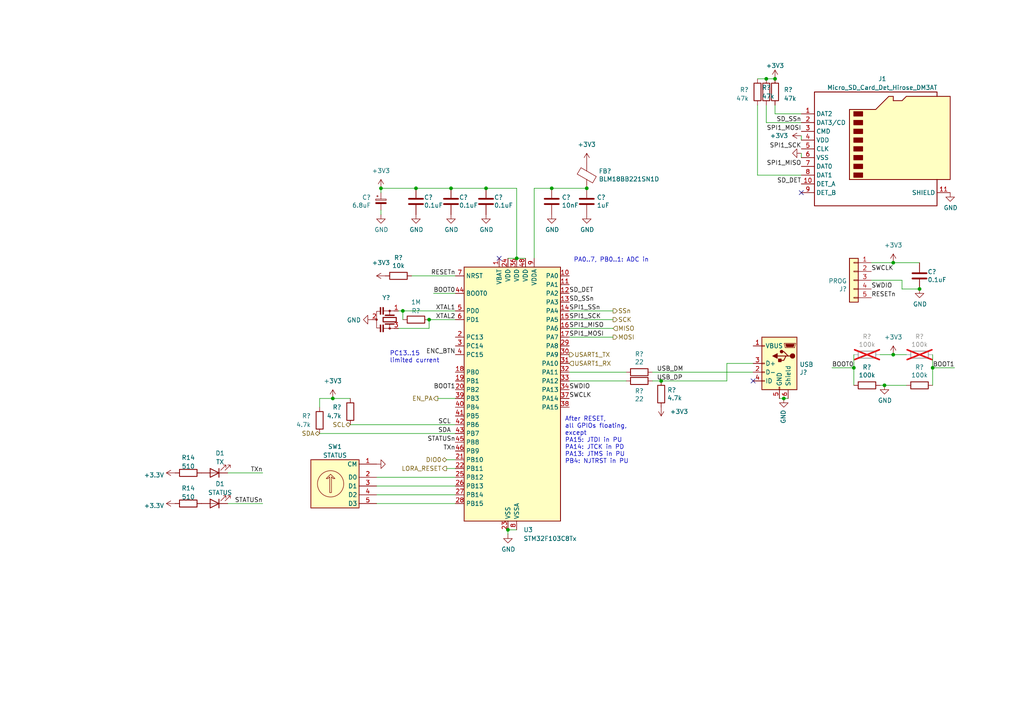
<source format=kicad_sch>
(kicad_sch (version 20230121) (generator eeschema)
  (paper "A4")
  (lib_symbols
    (symbol "Connector:Micro_SD_Card_Det_Hirose_DM3AT"
      (property "Reference" "J" (at -16.51 17.78 0))
      (property "Value" "Micro_SD_Card_Det_Hirose_DM3AT" (at 16.51 17.78 0))
      (symbol "Micro_SD_Card_Det_Hirose_DM3AT_0_1"
        (rectangle (start -7.62 -6.985) (end -5.08 -8.255) (stroke (width 0.254)) (fill (type outline)))
        (rectangle (start -7.62 -4.445) (end -5.08 -5.715) (stroke (width 0.254)) (fill (type outline)))
        (rectangle (start -7.62 -1.905) (end -5.08 -3.175) (stroke (width 0.254)) (fill (type outline)))
        (rectangle (start -7.62 0.635) (end -5.08 -0.635) (stroke (width 0.254)) (fill (type outline)))
        (rectangle (start -7.62 3.175) (end -5.08 1.905) (stroke (width 0.254)) (fill (type outline)))
        (rectangle (start -7.62 5.715) (end -5.08 4.445) (stroke (width 0.254)) (fill (type outline)))
        (rectangle (start -7.62 8.255) (end -5.08 6.985) (stroke (width 0.254)) (fill (type outline)))
        (rectangle (start -7.62 10.795) (end -5.08 9.525) (stroke (width 0.254)) (fill (type outline)))
        (polyline (pts (xy 16.51 15.24) (xy 16.51 16.51) (xy -19.05 16.51) (xy -19.05 -16.51) (xy 16.51 -16.51) (xy 16.51 -8.89)) (stroke (width 0.254)))
        (polyline (pts (xy -8.89 -8.89) (xy -8.89 11.43) (xy -1.27 11.43) (xy 2.54 15.24) (xy 3.81 15.24) (xy 3.81 13.97) (xy 6.35 13.97) (xy 7.62 15.24) (xy 20.32 15.24) (xy 20.32 -8.89) (xy -8.89 -8.89)) (stroke (width 0.254)) (fill (type background)))
      )
      (symbol "Micro_SD_Card_Det_Hirose_DM3AT_1_1"
        (pin bidirectional line (at -22.86 10.16 0) (length 3.81) (name "DAT2") (number "1"))
        (pin passive line (at -22.86 -10.16 0) (length 3.81) (name "DET_A") (number "10"))
        (pin passive line (at 20.32 -12.7 180) (length 3.81) (name "SHIELD") (number "11"))
        (pin bidirectional line (at -22.86 7.62 0) (length 3.81) (name "DAT3/CD") (number "2"))
        (pin input line (at -22.86 5.08 0) (length 3.81) (name "CMD") (number "3"))
        (pin power_in line (at -22.86 2.54 0) (length 3.81) (name "VDD") (number "4"))
        (pin input line (at -22.86 0 0) (length 3.81) (name "CLK") (number "5"))
        (pin power_in line (at -22.86 -2.54 0) (length 3.81) (name "VSS") (number "6"))
        (pin bidirectional line (at -22.86 -5.08 0) (length 3.81) (name "DAT0") (number "7"))
        (pin bidirectional line (at -22.86 -7.62 0) (length 3.81) (name "DAT1") (number "8"))
        (pin passive line (at -22.86 -12.7 0) (length 3.81) (name "DET_B") (number "9"))
      )
    )
    (symbol "Connector:USB_B_Micro" (pin_names (offset 1.016))
      (property "Reference" "J" (at -5.08 11.43 0))
      (property "Value" "USB_B_Micro" (at -5.08 8.89 0))
      (symbol "USB_B_Micro_0_1"
        (rectangle (start -5.08 -7.62) (end 5.08 7.62) (stroke (width 0.254)) (fill (type background)))
        (circle (center -3.81 2.159) (radius 0.635) (stroke (width 0.254)) (fill (type outline)))
        (circle (center -0.635 3.429) (radius 0.381) (stroke (width 0.254)) (fill (type outline)))
        (rectangle (start -0.127 -7.62) (end 0.127 -6.858))
        (polyline (pts (xy -1.905 2.159) (xy 0.635 2.159)) (stroke (width 0.254)))
        (polyline (pts (xy -3.175 2.159) (xy -2.54 2.159) (xy -1.27 3.429) (xy -0.635 3.429)) (stroke (width 0.254)))
        (polyline (pts (xy -2.54 2.159) (xy -1.905 2.159) (xy -1.27 0.889) (xy 0 0.889)) (stroke (width 0.254)))
        (polyline (pts (xy 0.635 2.794) (xy 0.635 1.524) (xy 1.905 2.159) (xy 0.635 2.794)) (stroke (width 0.254)) (fill (type outline)))
        (polyline (pts (xy -4.318 5.588) (xy -1.778 5.588) (xy -2.032 4.826) (xy -4.064 4.826) (xy -4.318 5.588)) (fill (type outline)))
        (polyline (pts (xy -4.699 5.842) (xy -4.699 5.588) (xy -4.445 4.826) (xy -4.445 4.572) (xy -1.651 4.572) (xy -1.651 4.826) (xy -1.397 5.588) (xy -1.397 5.842) (xy -4.699 5.842)))
        (rectangle (start 0.254 1.27) (end -0.508 0.508) (stroke (width 0.254)) (fill (type outline)))
        (rectangle (start 5.08 -5.207) (end 4.318 -4.953))
        (rectangle (start 5.08 -2.667) (end 4.318 -2.413))
        (rectangle (start 5.08 -0.127) (end 4.318 0.127))
        (rectangle (start 5.08 4.953) (end 4.318 5.207))
      )
      (symbol "USB_B_Micro_1_1"
        (pin power_out line (at 7.62 5.08 180) (length 2.54) (name "VBUS") (number "1"))
        (pin bidirectional line (at 7.62 -2.54 180) (length 2.54) (name "D-") (number "2"))
        (pin bidirectional line (at 7.62 0 180) (length 2.54) (name "D+") (number "3"))
        (pin passive line (at 7.62 -5.08 180) (length 2.54) (name "ID") (number "4"))
        (pin power_out line (at 0 -10.16 90) (length 2.54) (name "GND") (number "5"))
        (pin passive line (at -2.54 -10.16 90) (length 2.54) (name "Shield") (number "6"))
      )
    )
    (symbol "Connector_Generic:Conn_01x05" (pin_names (offset 1.016) hide)
      (property "Reference" "J" (at 0 7.62 0))
      (property "Value" "Conn_01x05" (at 0 -7.62 0))
      (symbol "Conn_01x05_1_1"
        (rectangle (start -1.27 -4.953) (end 0 -5.207) (stroke (width 0.1524)))
        (rectangle (start -1.27 -2.413) (end 0 -2.667) (stroke (width 0.1524)))
        (rectangle (start -1.27 0.127) (end 0 -0.127) (stroke (width 0.1524)))
        (rectangle (start -1.27 2.667) (end 0 2.413) (stroke (width 0.1524)))
        (rectangle (start -1.27 5.207) (end 0 4.953) (stroke (width 0.1524)))
        (rectangle (start -1.27 6.35) (end 1.27 -6.35) (stroke (width 0.254)) (fill (type background)))
        (pin passive line (at -5.08 5.08 0) (length 3.81) (name "Pin_1") (number "1"))
        (pin passive line (at -5.08 2.54 0) (length 3.81) (name "Pin_2") (number "2"))
        (pin passive line (at -5.08 0 0) (length 3.81) (name "Pin_3") (number "3"))
        (pin passive line (at -5.08 -2.54 0) (length 3.81) (name "Pin_4") (number "4"))
        (pin passive line (at -5.08 -5.08 0) (length 3.81) (name "Pin_5") (number "5"))
      )
    )
    (symbol "Device:C" (pin_numbers hide) (pin_names (offset 0.254))
      (property "Reference" "C" (at 0.635 2.54 0))
      (property "Value" "C" (at 0.635 -2.54 0))
      (symbol "C_0_1"
        (polyline (pts (xy -2.032 -0.762) (xy 2.032 -0.762)) (stroke (width 0.508)))
        (polyline (pts (xy -2.032 0.762) (xy 2.032 0.762)) (stroke (width 0.508)))
      )
      (symbol "C_1_1"
        (pin passive line (at 0 3.81 270) (length 2.794) (name "~") (number "1"))
        (pin passive line (at 0 -3.81 90) (length 2.794) (name "~") (number "2"))
      )
    )
    (symbol "Device:C_Polarized_Small" (pin_numbers hide) (pin_names (offset 0.254) hide)
      (property "Reference" "C" (at 0.254 1.778 0))
      (property "Value" "C_Polarized_Small" (at 0.254 -2.032 0))
      (symbol "C_Polarized_Small_0_1"
        (rectangle (start -1.524 -0.3048) (end 1.524 -0.6858) (fill (type outline)))
        (rectangle (start -1.524 0.6858) (end 1.524 0.3048))
        (polyline (pts (xy -1.27 1.524) (xy -0.762 1.524)))
        (polyline (pts (xy -1.016 1.27) (xy -1.016 1.778)))
      )
      (symbol "C_Polarized_Small_1_1"
        (pin passive line (at 0 2.54 270) (length 1.8542) (name "~") (number "1"))
        (pin passive line (at 0 -2.54 90) (length 1.8542) (name "~") (number "2"))
      )
    )
    (symbol "Device:FerriteBead" (pin_numbers hide) (pin_names (offset 0))
      (property "Reference" "FB" (at -3.81 0.635 90))
      (property "Value" "FerriteBead" (at 3.81 0 90))
      (symbol "FerriteBead_0_1"
        (polyline (pts (xy 0 -1.27) (xy 0 -1.2192)))
        (polyline (pts (xy 0 1.27) (xy 0 1.2954)))
        (polyline (pts (xy -2.7686 0.4064) (xy -1.7018 2.2606) (xy 2.7686 -0.3048) (xy 1.6764 -2.159) (xy -2.7686 0.4064)))
      )
      (symbol "FerriteBead_1_1"
        (pin passive line (at 0 3.81 270) (length 2.54) (name "~") (number "1"))
        (pin passive line (at 0 -3.81 90) (length 2.54) (name "~") (number "2"))
      )
    )
    (symbol "Device:LED" (pin_numbers hide) (pin_names (offset 1.016) hide)
      (property "Reference" "D" (at 0 2.54 0))
      (property "Value" "LED" (at 0 -2.54 0))
      (symbol "LED_0_1"
        (polyline (pts (xy -1.27 -1.27) (xy -1.27 1.27)) (stroke (width 0.254)))
        (polyline (pts (xy -1.27 0) (xy 1.27 0)))
        (polyline (pts (xy 1.27 -1.27) (xy 1.27 1.27) (xy -1.27 0) (xy 1.27 -1.27)) (stroke (width 0.254)))
        (polyline (pts (xy -3.048 -0.762) (xy -4.572 -2.286) (xy -3.81 -2.286) (xy -4.572 -2.286) (xy -4.572 -1.524)))
        (polyline (pts (xy -1.778 -0.762) (xy -3.302 -2.286) (xy -2.54 -2.286) (xy -3.302 -2.286) (xy -3.302 -1.524)))
      )
      (symbol "LED_1_1"
        (pin passive line (at -3.81 0 0) (length 2.54) (name "K") (number "1"))
        (pin passive line (at 3.81 0 180) (length 2.54) (name "A") (number "2"))
      )
    )
    (symbol "Device:R" (pin_numbers hide) (pin_names (offset 0))
      (property "Reference" "R" (at 2.032 0 90))
      (property "Value" "R" (at 0 0 90))
      (symbol "R_0_1"
        (rectangle (start -1.016 -2.54) (end 1.016 2.54) (stroke (width 0.254)))
      )
      (symbol "R_1_1"
        (pin passive line (at 0 3.81 270) (length 1.27) (name "~") (number "1"))
        (pin passive line (at 0 -3.81 90) (length 1.27) (name "~") (number "2"))
      )
    )
    (symbol "STM32F103C8Tx_1"
      (property "Reference" "U" (at -12.7 39.37 0))
      (property "Value" "STM32F103C8Tx" (at 10.16 39.37 0))
      (symbol "STM32F103C8Tx_1_0_1"
        (rectangle (start -12.7 -35.56) (end 15.24 38.1) (stroke (width 0.254)) (fill (type background)))
      )
      (symbol "STM32F103C8Tx_1_1_1"
        (pin power_in line (at -2.54 40.64 270) (length 2.54) (name "VBAT") (number "1"))
        (pin bidirectional line (at 17.78 35.56 180) (length 2.54) (name "PA0") (number "10"))
        (pin bidirectional line (at 17.78 33.02 180) (length 2.54) (name "PA1") (number "11"))
        (pin bidirectional line (at 17.78 30.48 180) (length 2.54) (name "PA2") (number "12"))
        (pin bidirectional line (at 17.78 27.94 180) (length 2.54) (name "PA3") (number "13"))
        (pin bidirectional line (at 17.78 25.4 180) (length 2.54) (name "PA4") (number "14"))
        (pin bidirectional line (at 17.78 22.86 180) (length 2.54) (name "PA5") (number "15"))
        (pin bidirectional line (at 17.78 20.32 180) (length 2.54) (name "PA6") (number "16"))
        (pin bidirectional line (at 17.78 17.78 180) (length 2.54) (name "PA7") (number "17"))
        (pin bidirectional line (at -15.24 7.62 0) (length 2.54) (name "PB0") (number "18"))
        (pin bidirectional line (at -15.24 5.08 0) (length 2.54) (name "PB1") (number "19"))
        (pin bidirectional line (at -15.24 17.78 0) (length 2.54) (name "PC13") (number "2"))
        (pin bidirectional line (at -15.24 2.54 0) (length 2.54) (name "PB2") (number "20"))
        (pin bidirectional line (at -15.24 -17.78 0) (length 2.54) (name "PB10") (number "21"))
        (pin bidirectional line (at -15.24 -20.32 0) (length 2.54) (name "PB11") (number "22"))
        (pin power_in line (at 0 -38.1 90) (length 2.54) (name "VSS") (number "23"))
        (pin power_in line (at 0 40.64 270) (length 2.54) (name "VDD") (number "24"))
        (pin bidirectional line (at -15.24 -22.86 0) (length 2.54) (name "PB12") (number "25"))
        (pin bidirectional line (at -15.24 -25.4 0) (length 2.54) (name "PB13") (number "26"))
        (pin bidirectional line (at -15.24 -27.94 0) (length 2.54) (name "PB14") (number "27"))
        (pin bidirectional line (at -15.24 -30.48 0) (length 2.54) (name "PB15") (number "28"))
        (pin bidirectional line (at 17.78 15.24 180) (length 2.54) (name "PA8") (number "29"))
        (pin bidirectional line (at -15.24 15.24 0) (length 2.54) (name "PC14") (number "3"))
        (pin bidirectional line (at 17.78 12.7 180) (length 2.54) (name "PA9") (number "30"))
        (pin bidirectional line (at 17.78 10.16 180) (length 2.54) (name "PA10") (number "31"))
        (pin bidirectional line (at 17.78 7.62 180) (length 2.54) (name "PA11") (number "32"))
        (pin bidirectional line (at 17.78 5.08 180) (length 2.54) (name "PA12") (number "33"))
        (pin bidirectional line (at 17.78 2.54 180) (length 2.54) (name "PA13") (number "34"))
        (pin passive line (at 0 -38.1 90) (length 2.54) hide (name "VSS") (number "35"))
        (pin power_in line (at 2.54 40.64 270) (length 2.54) (name "VDD") (number "36"))
        (pin bidirectional line (at 17.78 0 180) (length 2.54) (name "PA14") (number "37"))
        (pin bidirectional line (at 17.78 -2.54 180) (length 2.54) (name "PA15") (number "38"))
        (pin bidirectional line (at -15.24 0 0) (length 2.54) (name "PB3") (number "39"))
        (pin bidirectional line (at -15.24 12.7 0) (length 2.54) (name "PC15") (number "4"))
        (pin bidirectional line (at -15.24 -2.54 0) (length 2.54) (name "PB4") (number "40"))
        (pin bidirectional line (at -15.24 -5.08 0) (length 2.54) (name "PB5") (number "41"))
        (pin bidirectional line (at -15.24 -7.62 0) (length 2.54) (name "PB6") (number "42"))
        (pin bidirectional line (at -15.24 -10.16 0) (length 2.54) (name "PB7") (number "43"))
        (pin input line (at -15.24 30.48 0) (length 2.54) (name "BOOT0") (number "44"))
        (pin bidirectional line (at -15.24 -12.7 0) (length 2.54) (name "PB8") (number "45"))
        (pin bidirectional line (at -15.24 -15.24 0) (length 2.54) (name "PB9") (number "46"))
        (pin passive line (at 0 -38.1 90) (length 2.54) hide (name "VSS") (number "47"))
        (pin power_in line (at 5.08 40.64 270) (length 2.54) (name "VDD") (number "48"))
        (pin bidirectional line (at -15.24 25.4 0) (length 2.54) (name "PD0") (number "5"))
        (pin bidirectional line (at -15.24 22.86 0) (length 2.54) (name "PD1") (number "6"))
        (pin input line (at -15.24 35.56 0) (length 2.54) (name "NRST") (number "7"))
        (pin power_in line (at 2.54 -38.1 90) (length 2.54) (name "VSSA") (number "8"))
        (pin power_in line (at 7.62 40.64 270) (length 2.54) (name "VDDA") (number "9"))
      )
    )
    (symbol "Switch:SW_Coded"
      (property "Reference" "SW" (at -6.35 8.89 0))
      (property "Value" "SW_Coded" (at -6.35 -7.62 0))
      (symbol "SW_Coded_0_1"
        (circle (center -0.635 0.635) (radius 3.81))
        (polyline (pts (xy -0.889 -1.905) (xy -0.889 2.667) (xy -1.397 2.159) (xy -1.905 2.159) (xy -0.635 3.429) (xy 0.635 2.159) (xy 0.127 2.159) (xy -0.381 2.667) (xy -0.381 -1.905) (xy -0.889 -1.905) (xy -0.889 -1.905)))
        (rectangle (start 7.62 7.62) (end -6.35 -6.35) (stroke (width 0.254)) (fill (type background)))
      )
      (symbol "SW_Coded_1_1"
        (pin passive line (at 12.7 6.35 180) (length 5.08) (name "CM") (number "1"))
        (pin passive line (at 12.7 2.54 180) (length 5.08) (name "D0") (number "2"))
        (pin passive line (at 12.7 0 180) (length 5.08) (name "D1") (number "3"))
        (pin passive line (at 12.7 -2.54 180) (length 5.08) (name "D2") (number "4"))
        (pin passive line (at 12.7 -5.08 180) (length 5.08) (name "D3") (number "5"))
      )
    )
    (symbol "mpb:CSTNE16M0V530000R0" (pin_names (offset 1.016) hide)
      (property "Reference" "Y" (at 3.175 1.905 0))
      (property "Value" "CSTNE16M0V530000R0" (at 3.175 0 0))
      (symbol "CSTNE16M0V530000R0_0_1"
        (rectangle (start -3.556 -2.54) (end -1.524 -2.794) (fill (type outline)))
        (rectangle (start -3.556 -1.778) (end -1.524 -2.032) (fill (type outline)))
        (circle (center -2.54 0) (radius 0.254) (fill (type outline)))
        (rectangle (start -0.635 1.905) (end 0.635 -1.905) (stroke (width 0.3048)))
        (circle (center 0 -3.81) (radius 0.254) (fill (type outline)))
        (polyline (pts (xy -2.54 -1.778) (xy -2.54 0)))
        (polyline (pts (xy -2.54 0) (xy -1.397 0)))
        (polyline (pts (xy -2.54 1.27) (xy -2.54 0)))
        (polyline (pts (xy -1.27 -1.27) (xy -1.27 1.27)) (stroke (width 0.381)))
        (polyline (pts (xy 1.27 -1.27) (xy 1.27 1.27)) (stroke (width 0.381)))
        (polyline (pts (xy 1.27 0) (xy 2.54 0)))
        (polyline (pts (xy 2.54 0) (xy 2.54 -1.778)))
        (polyline (pts (xy 2.54 1.27) (xy 2.54 0)))
        (polyline (pts (xy 2.413 -2.794) (xy 2.413 -3.81) (xy -2.413 -3.81) (xy -2.413 -2.667)))
        (rectangle (start 1.524 -2.54) (end 3.556 -2.794) (fill (type outline)))
        (rectangle (start 1.524 -1.778) (end 3.556 -2.032) (fill (type outline)))
        (circle (center 2.54 0) (radius 0.254) (fill (type outline)))
      )
      (symbol "CSTNE16M0V530000R0_1_1"
        (pin passive line (at -2.54 2.54 270) (length 1.27) (name "1") (number "1"))
        (pin passive line (at 0 -5.08 90) (length 1.27) (name "2") (number "2"))
        (pin passive line (at 2.54 2.54 270) (length 1.27) (name "3") (number "3"))
      )
    )
    (symbol "power:+3.3V" (power) (pin_names (offset 0))
      (property "Value" "+3.3V" (at 0 3.556 0))
      (symbol "+3.3V_0_1"
        (polyline (pts (xy -0.762 1.27) (xy 0 2.54)))
        (polyline (pts (xy 0 0) (xy 0 2.54)))
        (polyline (pts (xy 0 2.54) (xy 0.762 1.27)))
      )
      (symbol "+3.3V_1_1"
        (pin power_in line (at 0 0 90) (length 0) hide (name "+3.3V") (number "1"))
      )
    )
    (symbol "power:+3V3" (power) (pin_names (offset 0))
      (property "Value" "+3V3" (at 0 3.556 0))
      (symbol "+3V3_0_1"
        (polyline (pts (xy -0.762 1.27) (xy 0 2.54)))
        (polyline (pts (xy 0 0) (xy 0 2.54)))
        (polyline (pts (xy 0 2.54) (xy 0.762 1.27)))
      )
      (symbol "+3V3_1_1"
        (pin power_in line (at 0 0 90) (length 0) hide (name "+3V3") (number "1"))
      )
    )
    (symbol "power:GND" (power) (pin_names (offset 0))
      (property "Value" "GND" (at 0 -3.81 0))
      (symbol "GND_0_1"
        (polyline (pts (xy 0 0) (xy 0 -1.27) (xy 1.27 -1.27) (xy 0 -2.54) (xy -1.27 -1.27) (xy 0 -1.27)))
      )
      (symbol "GND_1_1"
        (pin power_in line (at 0 0 270) (length 0) hide (name "GND") (number "1"))
      )
    )
  )
  (junction (at 224.79 22.86))
  (junction (at 227.33 115.57))
  (junction (at 170.18 54.61))
  (junction (at 222.25 22.86))
  (junction (at 116.84 90.17))
  (junction (at 96.52 115.57))
  (junction (at 247.65 106.68))
  (junction (at 191.77 110.49))
  (junction (at 160.02 54.61))
  (junction (at 130.81 54.61))
  (junction (at 256.54 111.76))
  (junction (at 147.32 153.67))
  (junction (at 120.65 54.61))
  (junction (at 140.97 54.61))
  (junction (at 110.49 54.61))
  (junction (at 259.08 76.2))
  (junction (at 149.86 74.93))
  (junction (at 270.51 106.68))
  (junction (at 259.08 102.87))
  (junction (at 124.46 92.71))
  (junction (at 266.7 83.82))
  (no_connect (at 218.44 110.49))
  (no_connect (at 144.78 74.93))
  (no_connect (at 232.41 55.88))
  (wire (pts (xy 165.1 92.71) (xy 177.8 92.71)))
  (wire (pts (xy 110.49 54.61) (xy 120.65 54.61)))
  (wire (pts (xy 66.04 137.16) (xy 76.2 137.16)))
  (wire (pts (xy 270.51 102.87) (xy 270.51 106.68)))
  (wire (pts (xy 119.38 80.01) (xy 132.08 80.01)))
  (wire (pts (xy 232.41 44.45) (xy 232.41 45.72)))
  (wire (pts (xy 147.32 154.94) (xy 147.32 153.67)))
  (wire (pts (xy 160.02 54.61) (xy 154.94 54.61)))
  (wire (pts (xy 116.84 90.17) (xy 115.57 90.17)))
  (wire (pts (xy 256.54 111.76) (xy 262.89 111.76)))
  (wire (pts (xy 132.08 90.17) (xy 116.84 90.17)))
  (wire (pts (xy 219.71 30.48) (xy 219.71 50.8)))
  (wire (pts (xy 219.71 22.86) (xy 222.25 22.86)))
  (wire (pts (xy 109.22 138.43) (xy 132.08 138.43)))
  (wire (pts (xy 261.62 83.82) (xy 266.7 83.82)))
  (wire (pts (xy 124.46 95.25) (xy 115.57 95.25)))
  (wire (pts (xy 129.54 133.35) (xy 132.08 133.35)))
  (wire (pts (xy 154.94 54.61) (xy 154.94 74.93)))
  (wire (pts (xy 130.81 54.61) (xy 140.97 54.61)))
  (wire (pts (xy 92.71 118.11) (xy 92.71 115.57)))
  (wire (pts (xy 252.73 81.28) (xy 261.62 81.28)))
  (wire (pts (xy 259.08 102.87) (xy 262.89 102.87)))
  (wire (pts (xy 270.51 106.68) (xy 270.51 111.76)))
  (wire (pts (xy 189.23 110.49) (xy 191.77 110.49)))
  (wire (pts (xy 92.71 125.73) (xy 132.08 125.73)))
  (wire (pts (xy 247.65 102.87) (xy 247.65 106.68)))
  (wire (pts (xy 129.54 135.89) (xy 132.08 135.89)))
  (wire (pts (xy 222.25 22.86) (xy 224.79 22.86)))
  (wire (pts (xy 228.6 115.57) (xy 227.33 115.57)))
  (wire (pts (xy 124.46 95.25) (xy 124.46 92.71)))
  (wire (pts (xy 241.3 106.68) (xy 247.65 106.68)))
  (wire (pts (xy 232.41 39.37) (xy 232.41 40.64)))
  (wire (pts (xy 125.73 85.09) (xy 132.08 85.09)))
  (wire (pts (xy 152.4 74.93) (xy 149.86 74.93)))
  (wire (pts (xy 66.04 146.05) (xy 76.2 146.05)))
  (wire (pts (xy 124.46 92.71) (xy 132.08 92.71)))
  (wire (pts (xy 255.27 102.87) (xy 259.08 102.87)))
  (wire (pts (xy 165.1 97.79) (xy 177.8 97.79)))
  (wire (pts (xy 255.27 111.76) (xy 256.54 111.76)))
  (wire (pts (xy 259.08 76.2) (xy 266.7 76.2)))
  (wire (pts (xy 247.65 106.68) (xy 247.65 111.76)))
  (wire (pts (xy 261.62 81.28) (xy 261.62 83.82)))
  (wire (pts (xy 147.32 153.67) (xy 149.86 153.67)))
  (wire (pts (xy 227.33 115.57) (xy 226.06 115.57)))
  (wire (pts (xy 109.22 146.05) (xy 132.08 146.05)))
  (wire (pts (xy 222.25 35.56) (xy 232.41 35.56)))
  (wire (pts (xy 149.86 54.61) (xy 149.86 74.93)))
  (wire (pts (xy 219.71 50.8) (xy 232.41 50.8)))
  (wire (pts (xy 270.51 106.68) (xy 276.86 106.68)))
  (wire (pts (xy 165.1 90.17) (xy 177.8 90.17)))
  (wire (pts (xy 160.02 54.61) (xy 170.18 54.61)))
  (wire (pts (xy 110.49 60.96) (xy 110.49 62.23)))
  (wire (pts (xy 218.44 105.41) (xy 210.82 105.41)))
  (wire (pts (xy 127 115.57) (xy 132.08 115.57)))
  (wire (pts (xy 224.79 33.02) (xy 224.79 30.48)))
  (wire (pts (xy 210.82 110.49) (xy 191.77 110.49)))
  (wire (pts (xy 222.25 30.48) (xy 222.25 35.56)))
  (wire (pts (xy 120.65 54.61) (xy 130.81 54.61)))
  (wire (pts (xy 140.97 54.61) (xy 149.86 54.61)))
  (wire (pts (xy 109.22 140.97) (xy 132.08 140.97)))
  (wire (pts (xy 92.71 115.57) (xy 96.52 115.57)))
  (wire (pts (xy 110.49 54.61) (xy 110.49 55.88)))
  (wire (pts (xy 210.82 105.41) (xy 210.82 110.49)))
  (wire (pts (xy 165.1 95.25) (xy 177.8 95.25)))
  (wire (pts (xy 232.41 33.02) (xy 224.79 33.02)))
  (wire (pts (xy 116.84 92.71) (xy 116.84 90.17)))
  (wire (pts (xy 252.73 76.2) (xy 259.08 76.2)))
  (wire (pts (xy 101.6 123.19) (xy 132.08 123.19)))
  (wire (pts (xy 165.1 107.95) (xy 181.61 107.95)))
  (wire (pts (xy 165.1 110.49) (xy 181.61 110.49)))
  (wire (pts (xy 149.86 74.93) (xy 147.32 74.93)))
  (wire (pts (xy 96.52 115.57) (xy 101.6 115.57)))
  (wire (pts (xy 189.23 107.95) (xy 218.44 107.95)))
  (wire (pts (xy 109.22 143.51) (xy 132.08 143.51)))
  (text "PA0..7, PB0..1: ADC in" (at 166.37 76.2 0) (effects (font (size 1.27 1.27)) (justify left bottom)))
  (text "PC13..15\nlimited current" (at 113.03 105.41 0) (effects (font (size 1.27 1.27)) (justify left bottom)))
  (text "After RESET,\nall GPIOs floating,\nexcept\nPA15: JTDI in PU\nPA14: JTCK in PD\nPA13: JTMS in PU\nPB4: NJTRST in PU" (at 163.83 134.62 0) (effects (font (size 1.27 1.27)) (justify left bottom)))
  (label "SD_SSn" (at 165.1 87.63 0))
  (label "SDA" (at 130.81 125.73 180))
  (label "BOOT1" (at 132.08 113.03 180))
  (label "STATUSn" (at 132.08 128.27 180))
  (label "SD_DET" (at 232.41 53.34 180))
  (label "SPI1_MISO" (at 165.1 95.25 0))
  (label "SCL" (at 130.81 123.19 180))
  (label "SWDIO" (at 252.73 83.82 0))
  (label "XTAL2" (at 132.08 92.71 180))
  (label "TXn" (at 132.08 130.81 180))
  (label "BOOT0" (at 125.73 85.09 0))
  (label "SD_DET" (at 165.1 85.09 0))
  (label "SWDIO" (at 165.1 113.03 0))
  (label "USB_DM" (at 190.5 107.95 0))
  (label "SWCLK" (at 252.73 78.74 0))
  (label "SWCLK" (at 165.1 115.57 0))
  (label "SD_SSn" (at 232.41 35.56 180))
  (label "SPI1_MOSI" (at 165.1 97.79 0))
  (label "RESETn" (at 252.73 86.36 0))
  (label "SPI1_SSn" (at 165.1 90.17 0))
  (label "BOOT1" (at 276.86 106.68 180))
  (label "SPI1_SCK" (at 232.41 43.18 180))
  (label "TXn" (at 76.2 137.16 180))
  (label "ENC_BTN" (at 132.08 102.87 180))
  (label "STATUSn" (at 76.2 146.05 180))
  (label "BOOT0" (at 241.3 106.68 0))
  (label "SPI1_SCK" (at 165.1 92.71 0))
  (label "USB_DP" (at 190.5 110.49 0))
  (label "SPI1_MISO" (at 232.41 48.26 180))
  (label "SPI1_MOSI" (at 232.41 38.1 180))
  (label "XTAL1" (at 132.08 90.17 180))
  (label "RESETn" (at 132.08 80.01 180))
  (hierarchical_label "USART1_RX" (shape input) (at 165.1 105.41 0))
  (hierarchical_label "SSn" (shape output) (at 177.8 90.17 0))
  (hierarchical_label "SCK" (shape output) (at 177.8 92.71 0))
  (hierarchical_label "LORA_RESET" (shape output) (at 129.54 135.89 180))
  (hierarchical_label "EN_PA" (shape output) (at 127 115.57 180))
  (hierarchical_label "MOSI" (shape output) (at 177.8 97.79 0))
  (hierarchical_label "MISO" (shape input) (at 177.8 95.25 0))
  (hierarchical_label "USART1_TX" (shape output) (at 165.1 102.87 0))
  (hierarchical_label "DIO0" (shape bidirectional) (at 129.54 133.35 180))
  (hierarchical_label "SDA" (shape bidirectional) (at 92.71 125.73 180))
  (hierarchical_label "SCL" (shape bidirectional) (at 101.6 123.19 180))
  (symbol (lib_id "power:+3V3") (at 96.52 115.57 0) (unit 1)
    (property "Reference" "#PWR?" (effects hide))
    (property "Value" "+3V3" (at 96.52 110.49 0))
  )
  (symbol (lib_id "Device:C") (at 120.65 58.42 0) (unit 1)
    (property "Reference" "C?" (at 122.9868 57.2516 0) (effects (justify left)))
    (property "Value" "0.1uF" (at 122.9868 59.563 0) (effects (justify left)))
    (property "Footprint" "Capacitor_SMD:C_0603_1608Metric_Pad1.08x0.95mm_HandSolder" (effects hide))
    (property "MPN" "GRM188R71H104KA93D" (effects hide))
    (property "Need_order" "0" (effects hide))
  )
  (symbol (lib_id "power:GND") (at 232.41 44.45 270) (unit 1)
    (property "Reference" "#PWR?" (effects hide))
    (property "Value" "GND" (effects hide))
    (instances (project "kicad-dart-70" (path "" (reference "#PWR?") (unit 1))) (project "tracker-kicad" (path "" (reference "#PWR02") (unit 1))))
  )
  (symbol (lib_id "Device:R") (at 92.71 121.92 0) (unit 1)
    (property "Reference" "R?" (at 90.17 120.6499 0) (effects (justify right)))
    (property "Value" "4.7k" (at 90.17 123.1899 0) (effects (justify right)))
    (property "Footprint" "Resistor_SMD:R_0603_1608Metric_Pad0.98x0.95mm_HandSolder" (effects hide))
    (property "Need_order" "0" (effects hide))
  )
  (symbol (lib_id "Device:R") (at 185.42 110.49 270) (unit 1)
    (property "Reference" "R?" (at 185.42 113.411 90))
    (property "Value" "22" (at 185.42 115.7224 90))
    (property "Footprint" "Resistor_SMD:R_0603_1608Metric_Pad0.98x0.95mm_HandSolder" (effects hide))
    (property "Need_order" "0" (effects hide))
  )
  (symbol (lib_id "Device:C_Polarized_Small") (at 110.49 58.42 0) (unit 1)
    (property "Reference" "C?" (at 107.5944 57.2516 0) (effects (justify right)))
    (property "Value" "6.8uF" (at 107.5944 59.563 0) (effects (justify right)))
    (property "Footprint" "Capacitor_SMD:C_1210_3225Metric_Pad1.33x2.70mm_HandSolder" (effects hide))
    (property "MPN" "stash tantalum" (effects hide))
    (property "Need_order" "0" (effects hide))
  )
  (symbol (lib_id "power:GND") (at 160.02 62.23 0) (unit 1)
    (property "Reference" "#PWR?" (effects hide))
    (property "Value" "GND" (at 160.147 66.6242 0))
  )
  (symbol (lib_id "power:GND") (at 256.54 111.76 0) (unit 1)
    (property "Reference" "#PWR?" (effects hide))
    (property "Value" "GND" (at 256.667 116.1542 0))
  )
  (symbol (lib_id "Device:R") (at 266.7 102.87 90) (unit 1) (dnp yes)
    (property "Reference" "R?" (at 266.7 97.6122 90))
    (property "Value" "100k" (at 266.7 99.9236 90))
    (property "Footprint" "Resistor_SMD:R_0603_1608Metric_Pad0.98x0.95mm_HandSolder" (effects hide))
    (property "Need_order" "0" (effects hide))
  )
  (symbol (lib_id "power:+3V3") (at 111.76 80.01 90) (unit 1)
    (property "Reference" "#PWR?" (effects hide))
    (property "Value" "+3V3" (at 110.49 76.2 90))
  )
  (symbol (lib_id "Device:C") (at 170.18 58.42 180) (unit 1)
    (property "Reference" "C?" (at 173.101 57.2516 0) (effects (justify right)))
    (property "Value" "1uF" (at 173.101 59.563 0) (effects (justify right)))
    (property "Footprint" "Capacitor_SMD:C_0805_2012Metric_Pad1.18x1.45mm_HandSolder" (effects hide))
    (property "MPN" "08055C105JAT2A" (effects hide))
    (property "Need_order" "0" (effects hide))
  )
  (symbol (lib_id "Switch:SW_Coded") (at 96.52 140.97 0) (unit 1)
    (property "Reference" "SW1" (at 97.155 129.54 0))
    (property "Value" "STATUS" (at 97.155 132.08 0))
    (property "Datasheet" "/home/bram/Sync/Doc/Datasheet/221AMC rotary dip switch.pdf" (effects hide))
    (property "MPN" "221AMC10R " (effects hide))
  )
  (symbol (lib_id "Device:R") (at 222.25 26.67 180) (unit 1)
    (property "Reference" "R?" (at 220.98 25.4 0) (effects (justify right)))
    (property "Value" "47k" (at 220.98 27.94 0) (effects (justify right)))
    (property "Footprint" "Resistor_SMD:R_0603_1608Metric_Pad0.98x0.95mm_HandSolder" (effects hide))
    (property "Need_order" "0" (effects hide))
    (instances (project "kicad-dart-70" (path "" (reference "R?") (unit 1))) (project "tracker-kicad" (path "" (reference "R2") (unit 1))))
  )
  (symbol (lib_id "power:GND") (at 147.32 154.94 0) (unit 1)
    (property "Reference" "#PWR?" (effects hide))
    (property "Value" "GND" (at 147.447 159.3342 0))
  )
  (symbol (lib_id "power:+3V3") (at 110.49 54.61 0) (unit 1)
    (property "Reference" "#PWR?" (effects hide))
    (property "Value" "+3V3" (at 110.49 49.53 0))
  )
  (symbol (lib_id "Device:R") (at 101.6 119.38 0) (unit 1)
    (property "Reference" "R?" (at 99.06 118.1099 0) (effects (justify right)))
    (property "Value" "4.7k" (at 99.06 120.6499 0) (effects (justify right)))
    (property "Footprint" "Resistor_SMD:R_0603_1608Metric_Pad0.98x0.95mm_HandSolder" (effects hide))
    (property "Need_order" "0" (effects hide))
  )
  (symbol (lib_id "Device:C") (at 160.02 58.42 180) (unit 1)
    (property "Reference" "C?" (at 162.941 57.2516 0) (effects (justify right)))
    (property "Value" "10nF" (at 162.941 59.563 0) (effects (justify right)))
    (property "Footprint" "Capacitor_SMD:C_0805_2012Metric_Pad1.18x1.45mm_HandSolder" (effects hide))
    (property "MPN" "VJ0805A103KXJTBC" (effects hide))
    (property "Need_order" "0" (effects hide))
  )
  (symbol (lib_id "power:GND") (at 266.7 83.82 0) (unit 1)
    (property "Reference" "#PWR?" (effects hide))
    (property "Value" "GND" (at 266.827 88.2142 0))
  )
  (symbol (lib_id "power:+3V3") (at 224.79 22.86 0) (unit 1)
    (property "Reference" "#PWR?" (effects hide))
    (property "Value" "+3V3" (at 224.79 19.05 0))
    (instances (project "kicad-dart-70" (path "" (reference "#PWR?") (unit 1))) (project "tracker-kicad" (path "" (reference "#PWR04") (unit 1))))
  )
  (symbol (lib_name "STM32F103C8Tx_1") (lib_id "MCU_ST_STM32F1:STM32F103C8Tx") (at 147.32 115.57 0) (unit 1)
    (property "Reference" "U3" (at 151.8159 153.67 0) (effects (justify left)))
    (property "Value" "STM32F103C8Tx" (at 151.8159 156.21 0) (effects (justify left)))
    (property "Footprint" "Package_QFP:LQFP-48_7x7mm_P0.5mm" (effects hide))
    (property "Datasheet" "https://www.st.com/resource/en/datasheet/stm32f103c8.pdf" (effects hide))
  )
  (symbol (lib_id "Device:C") (at 266.7 80.01 0) (unit 1)
    (property "Reference" "C?" (at 269.0368 78.8416 0) (effects (justify left)))
    (property "Value" "0.1uF" (at 269.0368 81.153 0) (effects (justify left)))
    (property "Footprint" "Capacitor_SMD:C_0603_1608Metric_Pad1.08x0.95mm_HandSolder" (effects hide))
    (property "MPN" "GRM188R71H104KA93D" (effects hide))
    (property "Need_order" "0" (effects hide))
  )
  (symbol (lib_id "Device:R") (at 219.71 26.67 180) (unit 1)
    (property "Reference" "R?" (at 217.17 26.035 0) (effects (justify left)))
    (property "Value" "47k" (at 217.17 28.575 0) (effects (justify left)))
    (property "Footprint" "Resistor_SMD:R_0603_1608Metric_Pad0.98x0.95mm_HandSolder" (effects hide))
    (property "Need_order" "0" (effects hide))
    (instances (project "kicad-dart-70" (path "" (reference "R?") (unit 1))) (project "tracker-kicad" (path "" (reference "R3") (unit 1))))
  )
  (symbol (lib_id "power:+3V3") (at 259.08 102.87 0) (unit 1)
    (property "Reference" "#PWR?" (effects hide))
    (property "Value" "+3V3" (at 259.08 97.79 0))
  )
  (symbol (lib_id "power:+3V3") (at 170.18 46.99 0) (unit 1)
    (property "Reference" "#PWR?" (effects hide))
    (property "Value" "+3V3" (at 170.18 41.91 0))
  )
  (symbol (lib_id "power:GND") (at 227.33 115.57 0) (mirror y) (unit 1)
    (property "Reference" "#PWR?" (effects hide))
    (property "Value" "GND" (at 227.203 118.8212 90) (effects (justify right)))
  )
  (symbol (lib_id "Device:R") (at 191.77 114.3 180) (unit 1)
    (property "Reference" "R?" (at 193.548 113.1316 0) (effects (justify right)))
    (property "Value" "4.7k" (at 193.548 115.443 0) (effects (justify right)))
    (property "Footprint" "Resistor_SMD:R_0603_1608Metric_Pad0.98x0.95mm_HandSolder" (effects hide))
    (property "Need_order" "0" (effects hide))
  )
  (symbol (lib_id "Device:R") (at 251.46 102.87 270) (unit 1) (dnp yes)
    (property "Reference" "R?" (at 251.46 97.6122 90))
    (property "Value" "100k" (at 251.46 99.9236 90))
    (property "Footprint" "Resistor_SMD:R_0603_1608Metric_Pad0.98x0.95mm_HandSolder" (effects hide))
    (property "Need_order" "0" (effects hide))
  )
  (symbol (lib_id "Device:LED") (at 62.23 146.05 180) (unit 1)
    (property "Reference" "D1" (at 63.8175 140.335 0))
    (property "Value" "STATUS" (at 63.8175 142.875 0))
    (property "Footprint" "LED_THT:LED_D5.0mm" (effects hide))
    (property "Need_order" "0" (effects hide))
    (instances (project "kicad-eval-clock" (path "" (reference "D1") (unit 1))) (project "tracker-kicad" (path "" (reference "D2") (unit 1))))
  )
  (symbol (lib_id "power:GND") (at 110.49 62.23 0) (unit 1)
    (property "Reference" "#PWR?" (effects hide))
    (property "Value" "GND" (at 110.617 66.6242 0))
  )
  (symbol (lib_id "Device:R") (at 120.65 92.71 90) (unit 1)
    (property "Reference" "R?" (at 120.65 90.17 90))
    (property "Value" "1M" (at 120.65 87.63 90))
    (property "Footprint" "Resistor_SMD:R_0603_1608Metric_Pad0.98x0.95mm_HandSolder" (effects hide))
    (property "Need_order" "0" (effects hide))
  )
  (symbol (lib_id "Device:R") (at 54.61 146.05 90) (unit 1)
    (property "Reference" "R14" (at 54.61 141.605 90))
    (property "Value" "510" (at 54.61 144.145 90))
    (property "Footprint" "Resistor_SMD:R_0603_1608Metric_Pad1.05x0.95mm_HandSolder" (effects hide))
    (property "Need_order" "0" (effects hide))
    (instances (project "kicad-eval-clock" (path "" (reference "R14") (unit 1))) (project "tracker-kicad" (path "" (reference "R10") (unit 1))))
  )
  (symbol (lib_id "Device:R") (at 251.46 111.76 270) (unit 1)
    (property "Reference" "R?" (at 251.46 106.5022 90))
    (property "Value" "100k" (at 251.46 108.8136 90))
    (property "Footprint" "Resistor_SMD:R_0603_1608Metric_Pad0.98x0.95mm_HandSolder" (effects hide))
    (property "Need_order" "0" (effects hide))
  )
  (symbol (lib_id "Connector:USB_B_Micro") (at 226.06 105.41 0) (mirror y) (unit 1)
    (property "Reference" "J?" (at 231.902 108.0262 0) (effects (justify right)))
    (property "Value" "USB" (at 231.902 105.7148 0) (effects (justify right)))
    (property "Footprint" "Connector_USB:USB_Micro-B_Molex-105017-0001" (effects hide))
    (property "MPN" "Molex 104017-0001" (effects hide))
    (property "Need_order" "0" (effects hide))
  )
  (symbol (lib_id "power:GND") (at 140.97 62.23 0) (unit 1)
    (property "Reference" "#PWR?" (effects hide))
    (property "Value" "GND" (at 141.097 66.6242 0))
  )
  (symbol (lib_id "power:GND") (at 170.18 62.23 0) (unit 1)
    (property "Reference" "#PWR?" (effects hide))
    (property "Value" "GND" (at 170.307 66.6242 0))
  )
  (symbol (lib_id "power:+3V3") (at 232.41 39.37 90) (unit 1)
    (property "Reference" "#PWR?" (effects hide))
    (property "Value" "+3V3" (at 228.6 39.37 90) (effects (justify left)))
    (instances (project "kicad-dart-70" (path "" (reference "#PWR?") (unit 1))) (project "tracker-kicad" (path "" (reference "#PWR03") (unit 1))))
  )
  (symbol (lib_id "Device:R") (at 266.7 111.76 90) (unit 1)
    (property "Reference" "R?" (at 266.7 106.5022 90))
    (property "Value" "100k" (at 266.7 108.8136 90))
    (property "Footprint" "Resistor_SMD:R_0603_1608Metric_Pad0.98x0.95mm_HandSolder" (effects hide))
    (property "Need_order" "0" (effects hide))
  )
  (symbol (lib_id "power:GND") (at 120.65 62.23 0) (unit 1)
    (property "Reference" "#PWR?" (effects hide))
    (property "Value" "GND" (at 120.777 66.6242 0))
  )
  (symbol (lib_id "power:+3.3V") (at 50.8 146.05 90) (unit 1)
    (property "Reference" "#PWR019" (effects hide))
    (property "Value" "+3.3V" (at 47.625 146.685 90) (effects (justify left)))
    (instances (project "kicad-eval-clock" (path "" (reference "#PWR019") (unit 1))) (project "tracker-kicad" (path "" (reference "#PWR016") (unit 1))))
  )
  (symbol (lib_id "power:+3V3") (at 259.08 76.2 0) (unit 1)
    (property "Reference" "#PWR?" (effects hide))
    (property "Value" "+3V3" (at 259.08 71.12 0))
  )
  (symbol (lib_id "Device:R") (at 224.79 26.67 180) (unit 1)
    (property "Reference" "R?" (at 227.33 26.035 0) (effects (justify right)))
    (property "Value" "47k" (at 227.33 28.575 0) (effects (justify right)))
    (property "Footprint" "Resistor_SMD:R_0603_1608Metric_Pad0.98x0.95mm_HandSolder" (effects hide))
    (property "Need_order" "0" (effects hide))
    (instances (project "kicad-dart-70" (path "" (reference "R?") (unit 1))) (project "tracker-kicad" (path "" (reference "R1") (unit 1))))
  )
  (symbol (lib_id "power:GND") (at 130.81 62.23 0) (unit 1)
    (property "Reference" "#PWR?" (effects hide))
    (property "Value" "GND" (at 130.937 66.6242 0))
  )
  (symbol (lib_id "Device:R") (at 185.42 107.95 270) (unit 1)
    (property "Reference" "R?" (at 185.42 102.6922 90))
    (property "Value" "22" (at 185.42 105.0036 90))
    (property "Footprint" "Resistor_SMD:R_0603_1608Metric_Pad0.98x0.95mm_HandSolder" (effects hide))
    (property "Need_order" "0" (effects hide))
  )
  (symbol (lib_id "Device:R") (at 115.57 80.01 90) (unit 1)
    (property "Reference" "R?" (at 115.57 74.7522 90))
    (property "Value" "10k" (at 115.57 77.0636 90))
    (property "Footprint" "Resistor_SMD:R_0603_1608Metric_Pad0.98x0.95mm_HandSolder" (effects hide))
    (property "Need_order" "0" (effects hide))
  )
  (symbol (lib_id "power:+3V3") (at 191.77 118.11 180) (unit 1)
    (property "Reference" "#PWR?" (effects hide))
    (property "Value" "+3V3" (at 194.31 119.3799 0) (effects (justify right)))
  )
  (symbol (lib_id "power:GND") (at 109.22 134.62 90) (unit 1)
    (property "Reference" "#PWR?" (effects hide))
    (property "Value" "GND" (effects hide))
    (instances (project "kicad-dart-70" (path "" (reference "#PWR?") (unit 1))) (project "tracker-kicad" (path "" (reference "#PWR014") (unit 1))))
  )
  (symbol (lib_id "power:GND") (at 275.59 55.88 0) (unit 1)
    (property "Reference" "#PWR?" (effects hide))
    (property "Value" "GND" (at 275.717 60.2742 0))
    (instances (project "kicad-dart-70" (path "" (reference "#PWR?") (unit 1))) (project "tracker-kicad" (path "" (reference "#PWR01") (unit 1))))
  )
  (symbol (lib_id "Device:C") (at 130.81 58.42 0) (unit 1)
    (property "Reference" "C?" (at 133.1468 57.2516 0) (effects (justify left)))
    (property "Value" "0.1uF" (at 133.1468 59.563 0) (effects (justify left)))
    (property "Footprint" "Capacitor_SMD:C_0603_1608Metric_Pad1.08x0.95mm_HandSolder" (effects hide))
    (property "MPN" "GRM188R71H104KA93D" (effects hide))
    (property "Need_order" "0" (effects hide))
  )
  (symbol (lib_id "power:GND") (at 107.95 92.71 270) (unit 1)
    (property "Reference" "#PWR?" (effects hide))
    (property "Value" "GND" (at 104.6988 92.837 90) (effects (justify right)))
  )
  (symbol (lib_id "Connector_Generic:Conn_01x05") (at 247.65 81.28 0) (mirror y) (unit 1)
    (property "Reference" "J?" (at 245.6434 83.82 0) (effects (justify left)))
    (property "Value" "PROG" (at 245.6434 81.5086 0) (effects (justify left)))
    (property "Footprint" "Connector_PinHeader_2.54mm:PinHeader_1x05_P2.54mm_Vertical" (effects hide))
    (property "Need_order" "0" (effects hide))
  )
  (symbol (lib_id "power:+3.3V") (at 50.8 137.16 90) (unit 1)
    (property "Reference" "#PWR019" (effects hide))
    (property "Value" "+3.3V" (at 47.625 137.795 90) (effects (justify left)))
    (instances (project "kicad-eval-clock" (path "" (reference "#PWR019") (unit 1))) (project "tracker-kicad" (path "" (reference "#PWR015") (unit 1))))
  )
  (symbol (lib_id "Connector:Micro_SD_Card_Det_Hirose_DM3AT") (at 255.27 43.18 0) (unit 1)
    (property "Reference" "J1" (at 255.905 22.86 0))
    (property "Value" "Micro_SD_Card_Det_Hirose_DM3AT" (at 255.905 25.4 0))
    (property "Footprint" "Connector_Card:microSD_HC_Hirose_DM3AT-SF-PEJM5" (effects hide))
    (property "Datasheet" "/home/bram/Sync/Doc/Datasheet/DM3AT Hirose sd-card.pdf" (effects hide))
    (property "MPN" "DM3AT-SF-PEJM5" (effects hide))
  )
  (symbol (lib_id "Device:LED") (at 62.23 137.16 180) (unit 1)
    (property "Reference" "D1" (at 63.8175 131.445 0))
    (property "Value" "TX" (at 63.8175 133.985 0))
    (property "Footprint" "LED_THT:LED_D5.0mm" (effects hide))
    (property "Need_order" "0" (effects hide))
  )
  (symbol (lib_id "Device:FerriteBead") (at 170.18 50.8 180) (unit 1)
    (property "Reference" "FB?" (at 173.6598 49.6316 0) (effects (justify right)))
    (property "Value" "BLM18BB221SN1D" (at 173.6598 51.943 0) (effects (justify right)))
    (property "Footprint" "Inductor_SMD:L_0603_1608Metric_Pad1.05x0.95mm_HandSolder" (effects hide))
    (property "MPN" "BLM18BB221SN1D" (effects hide))
    (property "Need_order" "0" (effects hide))
  )
  (symbol (lib_id "Device:C") (at 140.97 58.42 0) (unit 1)
    (property "Reference" "C?" (at 143.3068 57.2516 0) (effects (justify left)))
    (property "Value" "0.1uF" (at 143.3068 59.563 0) (effects (justify left)))
    (property "Footprint" "Capacitor_SMD:C_0603_1608Metric_Pad1.08x0.95mm_HandSolder" (effects hide))
    (property "MPN" "GRM188R71H104KA93D" (effects hide))
    (property "Need_order" "0" (effects hide))
  )
  (symbol (lib_id "mpb:CSTNE16M0V530000R0") (at 113.03 92.71 270) (unit 1)
    (property "Reference" "Y?" (at 112.0267 86.36 90))
    (property "Value" "CSTNE16M0V530000R0" (effects hide))
    (property "Footprint" "Crystal:Resonator_SMD_Murata_CSTxExxV-3Pin_3.0x1.1mm_HandSoldering" (effects hide))
    (property "Datasheet" "/home/bram/Sync/Doc/Datasheet/CSTNE12M0GH5L000R0.pdf" (effects hide))
    (property "Need_order" "0" (effects hide))
    (property "MPN" "CSTNE16M0V530000R" (effects hide))
  )
  (symbol (lib_id "Device:R") (at 54.61 137.16 90) (unit 1)
    (property "Reference" "R14" (at 54.61 132.715 90))
    (property "Value" "510" (at 54.61 135.255 90))
    (property "Footprint" "Resistor_SMD:R_0603_1608Metric_Pad1.05x0.95mm_HandSolder" (effects hide))
    (property "Need_order" "0" (effects hide))
    (instances (project "kicad-eval-clock" (path "" (reference "R14") (unit 1))) (project "tracker-kicad" (path "" (reference "R9") (unit 1))))
  )
)
</source>
